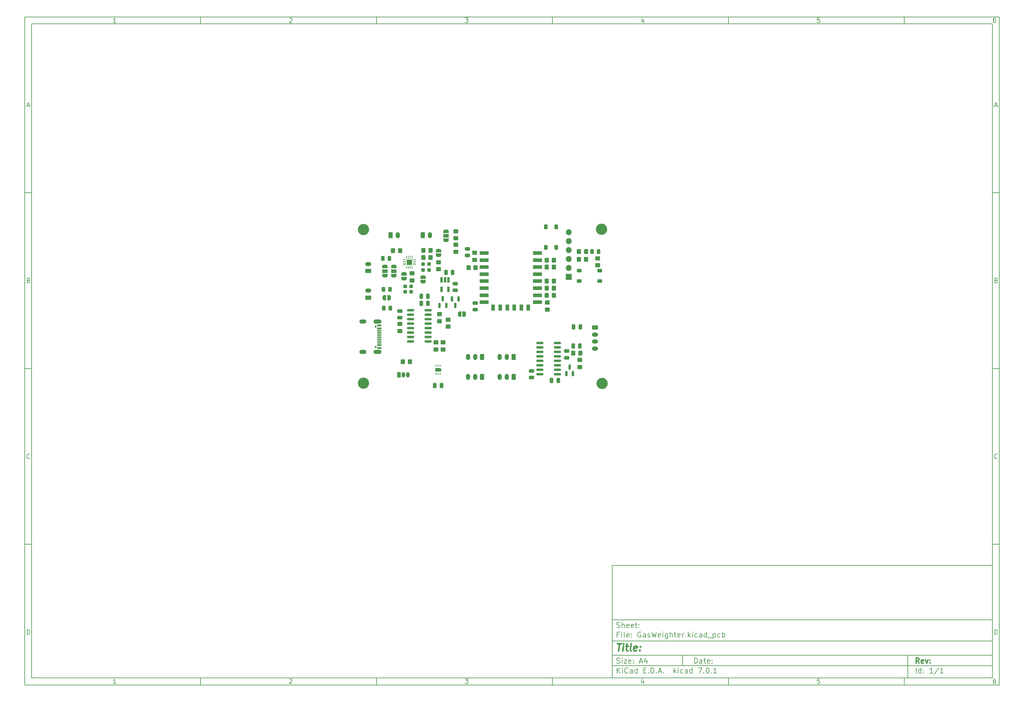
<source format=gbr>
%TF.GenerationSoftware,KiCad,Pcbnew,7.0.1*%
%TF.CreationDate,2023-11-23T19:52:31+01:00*%
%TF.ProjectId,GasWeighter,47617357-6569-4676-9874-65722e6b6963,rev?*%
%TF.SameCoordinates,Original*%
%TF.FileFunction,Soldermask,Top*%
%TF.FilePolarity,Negative*%
%FSLAX46Y46*%
G04 Gerber Fmt 4.6, Leading zero omitted, Abs format (unit mm)*
G04 Created by KiCad (PCBNEW 7.0.1) date 2023-11-23 19:52:31*
%MOMM*%
%LPD*%
G01*
G04 APERTURE LIST*
G04 Aperture macros list*
%AMRoundRect*
0 Rectangle with rounded corners*
0 $1 Rounding radius*
0 $2 $3 $4 $5 $6 $7 $8 $9 X,Y pos of 4 corners*
0 Add a 4 corners polygon primitive as box body*
4,1,4,$2,$3,$4,$5,$6,$7,$8,$9,$2,$3,0*
0 Add four circle primitives for the rounded corners*
1,1,$1+$1,$2,$3*
1,1,$1+$1,$4,$5*
1,1,$1+$1,$6,$7*
1,1,$1+$1,$8,$9*
0 Add four rect primitives between the rounded corners*
20,1,$1+$1,$2,$3,$4,$5,0*
20,1,$1+$1,$4,$5,$6,$7,0*
20,1,$1+$1,$6,$7,$8,$9,0*
20,1,$1+$1,$8,$9,$2,$3,0*%
%AMFreePoly0*
4,1,19,0.500000,-0.750000,0.000000,-0.750000,0.000000,-0.744911,-0.071157,-0.744911,-0.207708,-0.704816,-0.327430,-0.627875,-0.420627,-0.520320,-0.479746,-0.390866,-0.500000,-0.250000,-0.500000,0.250000,-0.479746,0.390866,-0.420627,0.520320,-0.327430,0.627875,-0.207708,0.704816,-0.071157,0.744911,0.000000,0.744911,0.000000,0.750000,0.500000,0.750000,0.500000,-0.750000,0.500000,-0.750000,
$1*%
%AMFreePoly1*
4,1,19,0.000000,0.744911,0.071157,0.744911,0.207708,0.704816,0.327430,0.627875,0.420627,0.520320,0.479746,0.390866,0.500000,0.250000,0.500000,-0.250000,0.479746,-0.390866,0.420627,-0.520320,0.327430,-0.627875,0.207708,-0.704816,0.071157,-0.744911,0.000000,-0.744911,0.000000,-0.750000,-0.500000,-0.750000,-0.500000,0.750000,0.000000,0.750000,0.000000,0.744911,0.000000,0.744911,
$1*%
%AMFreePoly2*
4,1,19,0.550000,-0.750000,0.000000,-0.750000,0.000000,-0.744911,-0.071157,-0.744911,-0.207708,-0.704816,-0.327430,-0.627875,-0.420627,-0.520320,-0.479746,-0.390866,-0.500000,-0.250000,-0.500000,0.250000,-0.479746,0.390866,-0.420627,0.520320,-0.327430,0.627875,-0.207708,0.704816,-0.071157,0.744911,0.000000,0.744911,0.000000,0.750000,0.550000,0.750000,0.550000,-0.750000,0.550000,-0.750000,
$1*%
%AMFreePoly3*
4,1,19,0.000000,0.744911,0.071157,0.744911,0.207708,0.704816,0.327430,0.627875,0.420627,0.520320,0.479746,0.390866,0.500000,0.250000,0.500000,-0.250000,0.479746,-0.390866,0.420627,-0.520320,0.327430,-0.627875,0.207708,-0.704816,0.071157,-0.744911,0.000000,-0.744911,0.000000,-0.750000,-0.550000,-0.750000,-0.550000,0.750000,0.000000,0.750000,0.000000,0.744911,0.000000,0.744911,
$1*%
%AMFreePoly4*
4,1,6,0.500000,-0.850000,-0.500000,-0.850000,-0.500000,0.550000,-0.200000,0.850000,0.500000,0.850000,0.500000,-0.850000,0.500000,-0.850000,$1*%
G04 Aperture macros list end*
%ADD10C,0.100000*%
%ADD11C,0.150000*%
%ADD12C,0.300000*%
%ADD13C,0.400000*%
%ADD14RoundRect,0.250000X-0.250000X-0.475000X0.250000X-0.475000X0.250000X0.475000X-0.250000X0.475000X0*%
%ADD15RoundRect,0.237500X0.237500X-0.300000X0.237500X0.300000X-0.237500X0.300000X-0.237500X-0.300000X0*%
%ADD16C,3.200000*%
%ADD17RoundRect,0.250000X-0.350000X-0.625000X0.350000X-0.625000X0.350000X0.625000X-0.350000X0.625000X0*%
%ADD18O,1.200000X1.750000*%
%ADD19FreePoly0,180.000000*%
%ADD20FreePoly1,180.000000*%
%ADD21RoundRect,0.250000X0.475000X-0.250000X0.475000X0.250000X-0.475000X0.250000X-0.475000X-0.250000X0*%
%ADD22RoundRect,0.250000X0.350000X0.450000X-0.350000X0.450000X-0.350000X-0.450000X0.350000X-0.450000X0*%
%ADD23RoundRect,0.250000X0.450000X-0.350000X0.450000X0.350000X-0.450000X0.350000X-0.450000X-0.350000X0*%
%ADD24RoundRect,0.250000X0.350000X0.625000X-0.350000X0.625000X-0.350000X-0.625000X0.350000X-0.625000X0*%
%ADD25FreePoly2,270.000000*%
%ADD26R,1.500000X1.000000*%
%ADD27FreePoly3,270.000000*%
%ADD28RoundRect,0.150000X-0.150000X0.587500X-0.150000X-0.587500X0.150000X-0.587500X0.150000X0.587500X0*%
%ADD29RoundRect,0.243750X0.243750X0.456250X-0.243750X0.456250X-0.243750X-0.456250X0.243750X-0.456250X0*%
%ADD30RoundRect,0.250000X0.250000X0.475000X-0.250000X0.475000X-0.250000X-0.475000X0.250000X-0.475000X0*%
%ADD31RoundRect,0.250000X-0.450000X0.350000X-0.450000X-0.350000X0.450000X-0.350000X0.450000X0.350000X0*%
%ADD32R,0.250000X0.550000*%
%ADD33FreePoly4,270.000000*%
%ADD34RoundRect,0.150000X0.850000X0.150000X-0.850000X0.150000X-0.850000X-0.150000X0.850000X-0.150000X0*%
%ADD35RoundRect,0.275000X-0.400000X-0.275000X0.400000X-0.275000X0.400000X0.275000X-0.400000X0.275000X0*%
%ADD36RoundRect,0.250000X-0.350000X-0.450000X0.350000X-0.450000X0.350000X0.450000X-0.350000X0.450000X0*%
%ADD37RoundRect,0.062500X-0.062500X0.375000X-0.062500X-0.375000X0.062500X-0.375000X0.062500X0.375000X0*%
%ADD38RoundRect,0.062500X-0.375000X0.062500X-0.375000X-0.062500X0.375000X-0.062500X0.375000X0.062500X0*%
%ADD39R,1.600000X1.600000*%
%ADD40RoundRect,0.150000X-0.825000X-0.150000X0.825000X-0.150000X0.825000X0.150000X-0.825000X0.150000X0*%
%ADD41RoundRect,0.237500X-0.300000X-0.237500X0.300000X-0.237500X0.300000X0.237500X-0.300000X0.237500X0*%
%ADD42FreePoly0,90.000000*%
%ADD43FreePoly1,90.000000*%
%ADD44RoundRect,0.150000X0.150000X-0.587500X0.150000X0.587500X-0.150000X0.587500X-0.150000X-0.587500X0*%
%ADD45C,0.600000*%
%ADD46R,1.160000X0.600000*%
%ADD47R,1.160000X0.300000*%
%ADD48O,2.300000X1.200000*%
%ADD49O,2.000000X1.200000*%
%ADD50R,0.650000X1.560000*%
%ADD51R,1.700000X1.700000*%
%ADD52O,1.700000X1.700000*%
%ADD53R,1.050000X1.500000*%
%ADD54O,1.050000X1.500000*%
%ADD55RoundRect,0.250000X0.625000X-0.350000X0.625000X0.350000X-0.625000X0.350000X-0.625000X-0.350000X0*%
%ADD56O,1.750000X1.200000*%
%ADD57FreePoly0,270.000000*%
%ADD58FreePoly1,270.000000*%
%ADD59R,2.500000X1.000000*%
%ADD60R,1.000000X1.800000*%
%ADD61RoundRect,0.250000X-0.475000X0.250000X-0.475000X-0.250000X0.475000X-0.250000X0.475000X0.250000X0*%
%ADD62RoundRect,0.250000X-0.625000X0.350000X-0.625000X-0.350000X0.625000X-0.350000X0.625000X0.350000X0*%
%ADD63FreePoly2,90.000000*%
%ADD64FreePoly3,90.000000*%
%ADD65RoundRect,0.275000X0.275000X-0.400000X0.275000X0.400000X-0.275000X0.400000X-0.275000X-0.400000X0*%
G04 APERTURE END LIST*
D10*
D11*
X177002200Y-166007200D02*
X285002200Y-166007200D01*
X285002200Y-198007200D01*
X177002200Y-198007200D01*
X177002200Y-166007200D01*
D10*
D11*
X10000000Y-10000000D02*
X287002200Y-10000000D01*
X287002200Y-200007200D01*
X10000000Y-200007200D01*
X10000000Y-10000000D01*
D10*
D11*
X12000000Y-12000000D02*
X285002200Y-12000000D01*
X285002200Y-198007200D01*
X12000000Y-198007200D01*
X12000000Y-12000000D01*
D10*
D11*
X60000000Y-12000000D02*
X60000000Y-10000000D01*
D10*
D11*
X110000000Y-12000000D02*
X110000000Y-10000000D01*
D10*
D11*
X160000000Y-12000000D02*
X160000000Y-10000000D01*
D10*
D11*
X210000000Y-12000000D02*
X210000000Y-10000000D01*
D10*
D11*
X260000000Y-12000000D02*
X260000000Y-10000000D01*
D10*
D11*
X35990476Y-11601404D02*
X35247619Y-11601404D01*
X35619047Y-11601404D02*
X35619047Y-10301404D01*
X35619047Y-10301404D02*
X35495238Y-10487119D01*
X35495238Y-10487119D02*
X35371428Y-10610928D01*
X35371428Y-10610928D02*
X35247619Y-10672833D01*
D10*
D11*
X85247619Y-10425214D02*
X85309523Y-10363309D01*
X85309523Y-10363309D02*
X85433333Y-10301404D01*
X85433333Y-10301404D02*
X85742857Y-10301404D01*
X85742857Y-10301404D02*
X85866666Y-10363309D01*
X85866666Y-10363309D02*
X85928571Y-10425214D01*
X85928571Y-10425214D02*
X85990476Y-10549023D01*
X85990476Y-10549023D02*
X85990476Y-10672833D01*
X85990476Y-10672833D02*
X85928571Y-10858547D01*
X85928571Y-10858547D02*
X85185714Y-11601404D01*
X85185714Y-11601404D02*
X85990476Y-11601404D01*
D10*
D11*
X135185714Y-10301404D02*
X135990476Y-10301404D01*
X135990476Y-10301404D02*
X135557142Y-10796642D01*
X135557142Y-10796642D02*
X135742857Y-10796642D01*
X135742857Y-10796642D02*
X135866666Y-10858547D01*
X135866666Y-10858547D02*
X135928571Y-10920452D01*
X135928571Y-10920452D02*
X135990476Y-11044261D01*
X135990476Y-11044261D02*
X135990476Y-11353785D01*
X135990476Y-11353785D02*
X135928571Y-11477595D01*
X135928571Y-11477595D02*
X135866666Y-11539500D01*
X135866666Y-11539500D02*
X135742857Y-11601404D01*
X135742857Y-11601404D02*
X135371428Y-11601404D01*
X135371428Y-11601404D02*
X135247619Y-11539500D01*
X135247619Y-11539500D02*
X135185714Y-11477595D01*
D10*
D11*
X185866666Y-10734738D02*
X185866666Y-11601404D01*
X185557142Y-10239500D02*
X185247619Y-11168071D01*
X185247619Y-11168071D02*
X186052380Y-11168071D01*
D10*
D11*
X235928571Y-10301404D02*
X235309523Y-10301404D01*
X235309523Y-10301404D02*
X235247619Y-10920452D01*
X235247619Y-10920452D02*
X235309523Y-10858547D01*
X235309523Y-10858547D02*
X235433333Y-10796642D01*
X235433333Y-10796642D02*
X235742857Y-10796642D01*
X235742857Y-10796642D02*
X235866666Y-10858547D01*
X235866666Y-10858547D02*
X235928571Y-10920452D01*
X235928571Y-10920452D02*
X235990476Y-11044261D01*
X235990476Y-11044261D02*
X235990476Y-11353785D01*
X235990476Y-11353785D02*
X235928571Y-11477595D01*
X235928571Y-11477595D02*
X235866666Y-11539500D01*
X235866666Y-11539500D02*
X235742857Y-11601404D01*
X235742857Y-11601404D02*
X235433333Y-11601404D01*
X235433333Y-11601404D02*
X235309523Y-11539500D01*
X235309523Y-11539500D02*
X235247619Y-11477595D01*
D10*
D11*
X285866666Y-10301404D02*
X285619047Y-10301404D01*
X285619047Y-10301404D02*
X285495238Y-10363309D01*
X285495238Y-10363309D02*
X285433333Y-10425214D01*
X285433333Y-10425214D02*
X285309523Y-10610928D01*
X285309523Y-10610928D02*
X285247619Y-10858547D01*
X285247619Y-10858547D02*
X285247619Y-11353785D01*
X285247619Y-11353785D02*
X285309523Y-11477595D01*
X285309523Y-11477595D02*
X285371428Y-11539500D01*
X285371428Y-11539500D02*
X285495238Y-11601404D01*
X285495238Y-11601404D02*
X285742857Y-11601404D01*
X285742857Y-11601404D02*
X285866666Y-11539500D01*
X285866666Y-11539500D02*
X285928571Y-11477595D01*
X285928571Y-11477595D02*
X285990476Y-11353785D01*
X285990476Y-11353785D02*
X285990476Y-11044261D01*
X285990476Y-11044261D02*
X285928571Y-10920452D01*
X285928571Y-10920452D02*
X285866666Y-10858547D01*
X285866666Y-10858547D02*
X285742857Y-10796642D01*
X285742857Y-10796642D02*
X285495238Y-10796642D01*
X285495238Y-10796642D02*
X285371428Y-10858547D01*
X285371428Y-10858547D02*
X285309523Y-10920452D01*
X285309523Y-10920452D02*
X285247619Y-11044261D01*
D10*
D11*
X60000000Y-198007200D02*
X60000000Y-200007200D01*
D10*
D11*
X110000000Y-198007200D02*
X110000000Y-200007200D01*
D10*
D11*
X160000000Y-198007200D02*
X160000000Y-200007200D01*
D10*
D11*
X210000000Y-198007200D02*
X210000000Y-200007200D01*
D10*
D11*
X260000000Y-198007200D02*
X260000000Y-200007200D01*
D10*
D11*
X35990476Y-199608604D02*
X35247619Y-199608604D01*
X35619047Y-199608604D02*
X35619047Y-198308604D01*
X35619047Y-198308604D02*
X35495238Y-198494319D01*
X35495238Y-198494319D02*
X35371428Y-198618128D01*
X35371428Y-198618128D02*
X35247619Y-198680033D01*
D10*
D11*
X85247619Y-198432414D02*
X85309523Y-198370509D01*
X85309523Y-198370509D02*
X85433333Y-198308604D01*
X85433333Y-198308604D02*
X85742857Y-198308604D01*
X85742857Y-198308604D02*
X85866666Y-198370509D01*
X85866666Y-198370509D02*
X85928571Y-198432414D01*
X85928571Y-198432414D02*
X85990476Y-198556223D01*
X85990476Y-198556223D02*
X85990476Y-198680033D01*
X85990476Y-198680033D02*
X85928571Y-198865747D01*
X85928571Y-198865747D02*
X85185714Y-199608604D01*
X85185714Y-199608604D02*
X85990476Y-199608604D01*
D10*
D11*
X135185714Y-198308604D02*
X135990476Y-198308604D01*
X135990476Y-198308604D02*
X135557142Y-198803842D01*
X135557142Y-198803842D02*
X135742857Y-198803842D01*
X135742857Y-198803842D02*
X135866666Y-198865747D01*
X135866666Y-198865747D02*
X135928571Y-198927652D01*
X135928571Y-198927652D02*
X135990476Y-199051461D01*
X135990476Y-199051461D02*
X135990476Y-199360985D01*
X135990476Y-199360985D02*
X135928571Y-199484795D01*
X135928571Y-199484795D02*
X135866666Y-199546700D01*
X135866666Y-199546700D02*
X135742857Y-199608604D01*
X135742857Y-199608604D02*
X135371428Y-199608604D01*
X135371428Y-199608604D02*
X135247619Y-199546700D01*
X135247619Y-199546700D02*
X135185714Y-199484795D01*
D10*
D11*
X185866666Y-198741938D02*
X185866666Y-199608604D01*
X185557142Y-198246700D02*
X185247619Y-199175271D01*
X185247619Y-199175271D02*
X186052380Y-199175271D01*
D10*
D11*
X235928571Y-198308604D02*
X235309523Y-198308604D01*
X235309523Y-198308604D02*
X235247619Y-198927652D01*
X235247619Y-198927652D02*
X235309523Y-198865747D01*
X235309523Y-198865747D02*
X235433333Y-198803842D01*
X235433333Y-198803842D02*
X235742857Y-198803842D01*
X235742857Y-198803842D02*
X235866666Y-198865747D01*
X235866666Y-198865747D02*
X235928571Y-198927652D01*
X235928571Y-198927652D02*
X235990476Y-199051461D01*
X235990476Y-199051461D02*
X235990476Y-199360985D01*
X235990476Y-199360985D02*
X235928571Y-199484795D01*
X235928571Y-199484795D02*
X235866666Y-199546700D01*
X235866666Y-199546700D02*
X235742857Y-199608604D01*
X235742857Y-199608604D02*
X235433333Y-199608604D01*
X235433333Y-199608604D02*
X235309523Y-199546700D01*
X235309523Y-199546700D02*
X235247619Y-199484795D01*
D10*
D11*
X285866666Y-198308604D02*
X285619047Y-198308604D01*
X285619047Y-198308604D02*
X285495238Y-198370509D01*
X285495238Y-198370509D02*
X285433333Y-198432414D01*
X285433333Y-198432414D02*
X285309523Y-198618128D01*
X285309523Y-198618128D02*
X285247619Y-198865747D01*
X285247619Y-198865747D02*
X285247619Y-199360985D01*
X285247619Y-199360985D02*
X285309523Y-199484795D01*
X285309523Y-199484795D02*
X285371428Y-199546700D01*
X285371428Y-199546700D02*
X285495238Y-199608604D01*
X285495238Y-199608604D02*
X285742857Y-199608604D01*
X285742857Y-199608604D02*
X285866666Y-199546700D01*
X285866666Y-199546700D02*
X285928571Y-199484795D01*
X285928571Y-199484795D02*
X285990476Y-199360985D01*
X285990476Y-199360985D02*
X285990476Y-199051461D01*
X285990476Y-199051461D02*
X285928571Y-198927652D01*
X285928571Y-198927652D02*
X285866666Y-198865747D01*
X285866666Y-198865747D02*
X285742857Y-198803842D01*
X285742857Y-198803842D02*
X285495238Y-198803842D01*
X285495238Y-198803842D02*
X285371428Y-198865747D01*
X285371428Y-198865747D02*
X285309523Y-198927652D01*
X285309523Y-198927652D02*
X285247619Y-199051461D01*
D10*
D11*
X10000000Y-60000000D02*
X12000000Y-60000000D01*
D10*
D11*
X10000000Y-110000000D02*
X12000000Y-110000000D01*
D10*
D11*
X10000000Y-160000000D02*
X12000000Y-160000000D01*
D10*
D11*
X10690476Y-35229976D02*
X11309523Y-35229976D01*
X10566666Y-35601404D02*
X10999999Y-34301404D01*
X10999999Y-34301404D02*
X11433333Y-35601404D01*
D10*
D11*
X11092857Y-84920452D02*
X11278571Y-84982357D01*
X11278571Y-84982357D02*
X11340476Y-85044261D01*
X11340476Y-85044261D02*
X11402380Y-85168071D01*
X11402380Y-85168071D02*
X11402380Y-85353785D01*
X11402380Y-85353785D02*
X11340476Y-85477595D01*
X11340476Y-85477595D02*
X11278571Y-85539500D01*
X11278571Y-85539500D02*
X11154761Y-85601404D01*
X11154761Y-85601404D02*
X10659523Y-85601404D01*
X10659523Y-85601404D02*
X10659523Y-84301404D01*
X10659523Y-84301404D02*
X11092857Y-84301404D01*
X11092857Y-84301404D02*
X11216666Y-84363309D01*
X11216666Y-84363309D02*
X11278571Y-84425214D01*
X11278571Y-84425214D02*
X11340476Y-84549023D01*
X11340476Y-84549023D02*
X11340476Y-84672833D01*
X11340476Y-84672833D02*
X11278571Y-84796642D01*
X11278571Y-84796642D02*
X11216666Y-84858547D01*
X11216666Y-84858547D02*
X11092857Y-84920452D01*
X11092857Y-84920452D02*
X10659523Y-84920452D01*
D10*
D11*
X11402380Y-135477595D02*
X11340476Y-135539500D01*
X11340476Y-135539500D02*
X11154761Y-135601404D01*
X11154761Y-135601404D02*
X11030952Y-135601404D01*
X11030952Y-135601404D02*
X10845238Y-135539500D01*
X10845238Y-135539500D02*
X10721428Y-135415690D01*
X10721428Y-135415690D02*
X10659523Y-135291880D01*
X10659523Y-135291880D02*
X10597619Y-135044261D01*
X10597619Y-135044261D02*
X10597619Y-134858547D01*
X10597619Y-134858547D02*
X10659523Y-134610928D01*
X10659523Y-134610928D02*
X10721428Y-134487119D01*
X10721428Y-134487119D02*
X10845238Y-134363309D01*
X10845238Y-134363309D02*
X11030952Y-134301404D01*
X11030952Y-134301404D02*
X11154761Y-134301404D01*
X11154761Y-134301404D02*
X11340476Y-134363309D01*
X11340476Y-134363309D02*
X11402380Y-134425214D01*
D10*
D11*
X10659523Y-185601404D02*
X10659523Y-184301404D01*
X10659523Y-184301404D02*
X10969047Y-184301404D01*
X10969047Y-184301404D02*
X11154761Y-184363309D01*
X11154761Y-184363309D02*
X11278571Y-184487119D01*
X11278571Y-184487119D02*
X11340476Y-184610928D01*
X11340476Y-184610928D02*
X11402380Y-184858547D01*
X11402380Y-184858547D02*
X11402380Y-185044261D01*
X11402380Y-185044261D02*
X11340476Y-185291880D01*
X11340476Y-185291880D02*
X11278571Y-185415690D01*
X11278571Y-185415690D02*
X11154761Y-185539500D01*
X11154761Y-185539500D02*
X10969047Y-185601404D01*
X10969047Y-185601404D02*
X10659523Y-185601404D01*
D10*
D11*
X287002200Y-60000000D02*
X285002200Y-60000000D01*
D10*
D11*
X287002200Y-110000000D02*
X285002200Y-110000000D01*
D10*
D11*
X287002200Y-160000000D02*
X285002200Y-160000000D01*
D10*
D11*
X285692676Y-35229976D02*
X286311723Y-35229976D01*
X285568866Y-35601404D02*
X286002199Y-34301404D01*
X286002199Y-34301404D02*
X286435533Y-35601404D01*
D10*
D11*
X286095057Y-84920452D02*
X286280771Y-84982357D01*
X286280771Y-84982357D02*
X286342676Y-85044261D01*
X286342676Y-85044261D02*
X286404580Y-85168071D01*
X286404580Y-85168071D02*
X286404580Y-85353785D01*
X286404580Y-85353785D02*
X286342676Y-85477595D01*
X286342676Y-85477595D02*
X286280771Y-85539500D01*
X286280771Y-85539500D02*
X286156961Y-85601404D01*
X286156961Y-85601404D02*
X285661723Y-85601404D01*
X285661723Y-85601404D02*
X285661723Y-84301404D01*
X285661723Y-84301404D02*
X286095057Y-84301404D01*
X286095057Y-84301404D02*
X286218866Y-84363309D01*
X286218866Y-84363309D02*
X286280771Y-84425214D01*
X286280771Y-84425214D02*
X286342676Y-84549023D01*
X286342676Y-84549023D02*
X286342676Y-84672833D01*
X286342676Y-84672833D02*
X286280771Y-84796642D01*
X286280771Y-84796642D02*
X286218866Y-84858547D01*
X286218866Y-84858547D02*
X286095057Y-84920452D01*
X286095057Y-84920452D02*
X285661723Y-84920452D01*
D10*
D11*
X286404580Y-135477595D02*
X286342676Y-135539500D01*
X286342676Y-135539500D02*
X286156961Y-135601404D01*
X286156961Y-135601404D02*
X286033152Y-135601404D01*
X286033152Y-135601404D02*
X285847438Y-135539500D01*
X285847438Y-135539500D02*
X285723628Y-135415690D01*
X285723628Y-135415690D02*
X285661723Y-135291880D01*
X285661723Y-135291880D02*
X285599819Y-135044261D01*
X285599819Y-135044261D02*
X285599819Y-134858547D01*
X285599819Y-134858547D02*
X285661723Y-134610928D01*
X285661723Y-134610928D02*
X285723628Y-134487119D01*
X285723628Y-134487119D02*
X285847438Y-134363309D01*
X285847438Y-134363309D02*
X286033152Y-134301404D01*
X286033152Y-134301404D02*
X286156961Y-134301404D01*
X286156961Y-134301404D02*
X286342676Y-134363309D01*
X286342676Y-134363309D02*
X286404580Y-134425214D01*
D10*
D11*
X285661723Y-185601404D02*
X285661723Y-184301404D01*
X285661723Y-184301404D02*
X285971247Y-184301404D01*
X285971247Y-184301404D02*
X286156961Y-184363309D01*
X286156961Y-184363309D02*
X286280771Y-184487119D01*
X286280771Y-184487119D02*
X286342676Y-184610928D01*
X286342676Y-184610928D02*
X286404580Y-184858547D01*
X286404580Y-184858547D02*
X286404580Y-185044261D01*
X286404580Y-185044261D02*
X286342676Y-185291880D01*
X286342676Y-185291880D02*
X286280771Y-185415690D01*
X286280771Y-185415690D02*
X286156961Y-185539500D01*
X286156961Y-185539500D02*
X285971247Y-185601404D01*
X285971247Y-185601404D02*
X285661723Y-185601404D01*
D10*
D11*
X200359342Y-193801128D02*
X200359342Y-192301128D01*
X200359342Y-192301128D02*
X200716485Y-192301128D01*
X200716485Y-192301128D02*
X200930771Y-192372557D01*
X200930771Y-192372557D02*
X201073628Y-192515414D01*
X201073628Y-192515414D02*
X201145057Y-192658271D01*
X201145057Y-192658271D02*
X201216485Y-192943985D01*
X201216485Y-192943985D02*
X201216485Y-193158271D01*
X201216485Y-193158271D02*
X201145057Y-193443985D01*
X201145057Y-193443985D02*
X201073628Y-193586842D01*
X201073628Y-193586842D02*
X200930771Y-193729700D01*
X200930771Y-193729700D02*
X200716485Y-193801128D01*
X200716485Y-193801128D02*
X200359342Y-193801128D01*
X202502200Y-193801128D02*
X202502200Y-193015414D01*
X202502200Y-193015414D02*
X202430771Y-192872557D01*
X202430771Y-192872557D02*
X202287914Y-192801128D01*
X202287914Y-192801128D02*
X202002200Y-192801128D01*
X202002200Y-192801128D02*
X201859342Y-192872557D01*
X202502200Y-193729700D02*
X202359342Y-193801128D01*
X202359342Y-193801128D02*
X202002200Y-193801128D01*
X202002200Y-193801128D02*
X201859342Y-193729700D01*
X201859342Y-193729700D02*
X201787914Y-193586842D01*
X201787914Y-193586842D02*
X201787914Y-193443985D01*
X201787914Y-193443985D02*
X201859342Y-193301128D01*
X201859342Y-193301128D02*
X202002200Y-193229700D01*
X202002200Y-193229700D02*
X202359342Y-193229700D01*
X202359342Y-193229700D02*
X202502200Y-193158271D01*
X203002200Y-192801128D02*
X203573628Y-192801128D01*
X203216485Y-192301128D02*
X203216485Y-193586842D01*
X203216485Y-193586842D02*
X203287914Y-193729700D01*
X203287914Y-193729700D02*
X203430771Y-193801128D01*
X203430771Y-193801128D02*
X203573628Y-193801128D01*
X204645057Y-193729700D02*
X204502200Y-193801128D01*
X204502200Y-193801128D02*
X204216486Y-193801128D01*
X204216486Y-193801128D02*
X204073628Y-193729700D01*
X204073628Y-193729700D02*
X204002200Y-193586842D01*
X204002200Y-193586842D02*
X204002200Y-193015414D01*
X204002200Y-193015414D02*
X204073628Y-192872557D01*
X204073628Y-192872557D02*
X204216486Y-192801128D01*
X204216486Y-192801128D02*
X204502200Y-192801128D01*
X204502200Y-192801128D02*
X204645057Y-192872557D01*
X204645057Y-192872557D02*
X204716486Y-193015414D01*
X204716486Y-193015414D02*
X204716486Y-193158271D01*
X204716486Y-193158271D02*
X204002200Y-193301128D01*
X205359342Y-193658271D02*
X205430771Y-193729700D01*
X205430771Y-193729700D02*
X205359342Y-193801128D01*
X205359342Y-193801128D02*
X205287914Y-193729700D01*
X205287914Y-193729700D02*
X205359342Y-193658271D01*
X205359342Y-193658271D02*
X205359342Y-193801128D01*
X205359342Y-192872557D02*
X205430771Y-192943985D01*
X205430771Y-192943985D02*
X205359342Y-193015414D01*
X205359342Y-193015414D02*
X205287914Y-192943985D01*
X205287914Y-192943985D02*
X205359342Y-192872557D01*
X205359342Y-192872557D02*
X205359342Y-193015414D01*
D10*
D11*
X177002200Y-194507200D02*
X285002200Y-194507200D01*
D10*
D11*
X178359342Y-196601128D02*
X178359342Y-195101128D01*
X179216485Y-196601128D02*
X178573628Y-195743985D01*
X179216485Y-195101128D02*
X178359342Y-195958271D01*
X179859342Y-196601128D02*
X179859342Y-195601128D01*
X179859342Y-195101128D02*
X179787914Y-195172557D01*
X179787914Y-195172557D02*
X179859342Y-195243985D01*
X179859342Y-195243985D02*
X179930771Y-195172557D01*
X179930771Y-195172557D02*
X179859342Y-195101128D01*
X179859342Y-195101128D02*
X179859342Y-195243985D01*
X181430771Y-196458271D02*
X181359343Y-196529700D01*
X181359343Y-196529700D02*
X181145057Y-196601128D01*
X181145057Y-196601128D02*
X181002200Y-196601128D01*
X181002200Y-196601128D02*
X180787914Y-196529700D01*
X180787914Y-196529700D02*
X180645057Y-196386842D01*
X180645057Y-196386842D02*
X180573628Y-196243985D01*
X180573628Y-196243985D02*
X180502200Y-195958271D01*
X180502200Y-195958271D02*
X180502200Y-195743985D01*
X180502200Y-195743985D02*
X180573628Y-195458271D01*
X180573628Y-195458271D02*
X180645057Y-195315414D01*
X180645057Y-195315414D02*
X180787914Y-195172557D01*
X180787914Y-195172557D02*
X181002200Y-195101128D01*
X181002200Y-195101128D02*
X181145057Y-195101128D01*
X181145057Y-195101128D02*
X181359343Y-195172557D01*
X181359343Y-195172557D02*
X181430771Y-195243985D01*
X182716486Y-196601128D02*
X182716486Y-195815414D01*
X182716486Y-195815414D02*
X182645057Y-195672557D01*
X182645057Y-195672557D02*
X182502200Y-195601128D01*
X182502200Y-195601128D02*
X182216486Y-195601128D01*
X182216486Y-195601128D02*
X182073628Y-195672557D01*
X182716486Y-196529700D02*
X182573628Y-196601128D01*
X182573628Y-196601128D02*
X182216486Y-196601128D01*
X182216486Y-196601128D02*
X182073628Y-196529700D01*
X182073628Y-196529700D02*
X182002200Y-196386842D01*
X182002200Y-196386842D02*
X182002200Y-196243985D01*
X182002200Y-196243985D02*
X182073628Y-196101128D01*
X182073628Y-196101128D02*
X182216486Y-196029700D01*
X182216486Y-196029700D02*
X182573628Y-196029700D01*
X182573628Y-196029700D02*
X182716486Y-195958271D01*
X184073629Y-196601128D02*
X184073629Y-195101128D01*
X184073629Y-196529700D02*
X183930771Y-196601128D01*
X183930771Y-196601128D02*
X183645057Y-196601128D01*
X183645057Y-196601128D02*
X183502200Y-196529700D01*
X183502200Y-196529700D02*
X183430771Y-196458271D01*
X183430771Y-196458271D02*
X183359343Y-196315414D01*
X183359343Y-196315414D02*
X183359343Y-195886842D01*
X183359343Y-195886842D02*
X183430771Y-195743985D01*
X183430771Y-195743985D02*
X183502200Y-195672557D01*
X183502200Y-195672557D02*
X183645057Y-195601128D01*
X183645057Y-195601128D02*
X183930771Y-195601128D01*
X183930771Y-195601128D02*
X184073629Y-195672557D01*
X185930771Y-195815414D02*
X186430771Y-195815414D01*
X186645057Y-196601128D02*
X185930771Y-196601128D01*
X185930771Y-196601128D02*
X185930771Y-195101128D01*
X185930771Y-195101128D02*
X186645057Y-195101128D01*
X187287914Y-196458271D02*
X187359343Y-196529700D01*
X187359343Y-196529700D02*
X187287914Y-196601128D01*
X187287914Y-196601128D02*
X187216486Y-196529700D01*
X187216486Y-196529700D02*
X187287914Y-196458271D01*
X187287914Y-196458271D02*
X187287914Y-196601128D01*
X188002200Y-196601128D02*
X188002200Y-195101128D01*
X188002200Y-195101128D02*
X188359343Y-195101128D01*
X188359343Y-195101128D02*
X188573629Y-195172557D01*
X188573629Y-195172557D02*
X188716486Y-195315414D01*
X188716486Y-195315414D02*
X188787915Y-195458271D01*
X188787915Y-195458271D02*
X188859343Y-195743985D01*
X188859343Y-195743985D02*
X188859343Y-195958271D01*
X188859343Y-195958271D02*
X188787915Y-196243985D01*
X188787915Y-196243985D02*
X188716486Y-196386842D01*
X188716486Y-196386842D02*
X188573629Y-196529700D01*
X188573629Y-196529700D02*
X188359343Y-196601128D01*
X188359343Y-196601128D02*
X188002200Y-196601128D01*
X189502200Y-196458271D02*
X189573629Y-196529700D01*
X189573629Y-196529700D02*
X189502200Y-196601128D01*
X189502200Y-196601128D02*
X189430772Y-196529700D01*
X189430772Y-196529700D02*
X189502200Y-196458271D01*
X189502200Y-196458271D02*
X189502200Y-196601128D01*
X190145058Y-196172557D02*
X190859344Y-196172557D01*
X190002201Y-196601128D02*
X190502201Y-195101128D01*
X190502201Y-195101128D02*
X191002201Y-196601128D01*
X191502200Y-196458271D02*
X191573629Y-196529700D01*
X191573629Y-196529700D02*
X191502200Y-196601128D01*
X191502200Y-196601128D02*
X191430772Y-196529700D01*
X191430772Y-196529700D02*
X191502200Y-196458271D01*
X191502200Y-196458271D02*
X191502200Y-196601128D01*
X194502200Y-196601128D02*
X194502200Y-195101128D01*
X194645058Y-196029700D02*
X195073629Y-196601128D01*
X195073629Y-195601128D02*
X194502200Y-196172557D01*
X195716486Y-196601128D02*
X195716486Y-195601128D01*
X195716486Y-195101128D02*
X195645058Y-195172557D01*
X195645058Y-195172557D02*
X195716486Y-195243985D01*
X195716486Y-195243985D02*
X195787915Y-195172557D01*
X195787915Y-195172557D02*
X195716486Y-195101128D01*
X195716486Y-195101128D02*
X195716486Y-195243985D01*
X197073630Y-196529700D02*
X196930772Y-196601128D01*
X196930772Y-196601128D02*
X196645058Y-196601128D01*
X196645058Y-196601128D02*
X196502201Y-196529700D01*
X196502201Y-196529700D02*
X196430772Y-196458271D01*
X196430772Y-196458271D02*
X196359344Y-196315414D01*
X196359344Y-196315414D02*
X196359344Y-195886842D01*
X196359344Y-195886842D02*
X196430772Y-195743985D01*
X196430772Y-195743985D02*
X196502201Y-195672557D01*
X196502201Y-195672557D02*
X196645058Y-195601128D01*
X196645058Y-195601128D02*
X196930772Y-195601128D01*
X196930772Y-195601128D02*
X197073630Y-195672557D01*
X198359344Y-196601128D02*
X198359344Y-195815414D01*
X198359344Y-195815414D02*
X198287915Y-195672557D01*
X198287915Y-195672557D02*
X198145058Y-195601128D01*
X198145058Y-195601128D02*
X197859344Y-195601128D01*
X197859344Y-195601128D02*
X197716486Y-195672557D01*
X198359344Y-196529700D02*
X198216486Y-196601128D01*
X198216486Y-196601128D02*
X197859344Y-196601128D01*
X197859344Y-196601128D02*
X197716486Y-196529700D01*
X197716486Y-196529700D02*
X197645058Y-196386842D01*
X197645058Y-196386842D02*
X197645058Y-196243985D01*
X197645058Y-196243985D02*
X197716486Y-196101128D01*
X197716486Y-196101128D02*
X197859344Y-196029700D01*
X197859344Y-196029700D02*
X198216486Y-196029700D01*
X198216486Y-196029700D02*
X198359344Y-195958271D01*
X199716487Y-196601128D02*
X199716487Y-195101128D01*
X199716487Y-196529700D02*
X199573629Y-196601128D01*
X199573629Y-196601128D02*
X199287915Y-196601128D01*
X199287915Y-196601128D02*
X199145058Y-196529700D01*
X199145058Y-196529700D02*
X199073629Y-196458271D01*
X199073629Y-196458271D02*
X199002201Y-196315414D01*
X199002201Y-196315414D02*
X199002201Y-195886842D01*
X199002201Y-195886842D02*
X199073629Y-195743985D01*
X199073629Y-195743985D02*
X199145058Y-195672557D01*
X199145058Y-195672557D02*
X199287915Y-195601128D01*
X199287915Y-195601128D02*
X199573629Y-195601128D01*
X199573629Y-195601128D02*
X199716487Y-195672557D01*
X201430772Y-195101128D02*
X202430772Y-195101128D01*
X202430772Y-195101128D02*
X201787915Y-196601128D01*
X203002200Y-196458271D02*
X203073629Y-196529700D01*
X203073629Y-196529700D02*
X203002200Y-196601128D01*
X203002200Y-196601128D02*
X202930772Y-196529700D01*
X202930772Y-196529700D02*
X203002200Y-196458271D01*
X203002200Y-196458271D02*
X203002200Y-196601128D01*
X204002201Y-195101128D02*
X204145058Y-195101128D01*
X204145058Y-195101128D02*
X204287915Y-195172557D01*
X204287915Y-195172557D02*
X204359344Y-195243985D01*
X204359344Y-195243985D02*
X204430772Y-195386842D01*
X204430772Y-195386842D02*
X204502201Y-195672557D01*
X204502201Y-195672557D02*
X204502201Y-196029700D01*
X204502201Y-196029700D02*
X204430772Y-196315414D01*
X204430772Y-196315414D02*
X204359344Y-196458271D01*
X204359344Y-196458271D02*
X204287915Y-196529700D01*
X204287915Y-196529700D02*
X204145058Y-196601128D01*
X204145058Y-196601128D02*
X204002201Y-196601128D01*
X204002201Y-196601128D02*
X203859344Y-196529700D01*
X203859344Y-196529700D02*
X203787915Y-196458271D01*
X203787915Y-196458271D02*
X203716486Y-196315414D01*
X203716486Y-196315414D02*
X203645058Y-196029700D01*
X203645058Y-196029700D02*
X203645058Y-195672557D01*
X203645058Y-195672557D02*
X203716486Y-195386842D01*
X203716486Y-195386842D02*
X203787915Y-195243985D01*
X203787915Y-195243985D02*
X203859344Y-195172557D01*
X203859344Y-195172557D02*
X204002201Y-195101128D01*
X205145057Y-196458271D02*
X205216486Y-196529700D01*
X205216486Y-196529700D02*
X205145057Y-196601128D01*
X205145057Y-196601128D02*
X205073629Y-196529700D01*
X205073629Y-196529700D02*
X205145057Y-196458271D01*
X205145057Y-196458271D02*
X205145057Y-196601128D01*
X206645058Y-196601128D02*
X205787915Y-196601128D01*
X206216486Y-196601128D02*
X206216486Y-195101128D01*
X206216486Y-195101128D02*
X206073629Y-195315414D01*
X206073629Y-195315414D02*
X205930772Y-195458271D01*
X205930772Y-195458271D02*
X205787915Y-195529700D01*
D10*
D11*
X177002200Y-191507200D02*
X285002200Y-191507200D01*
D10*
D12*
X264216485Y-193801128D02*
X263716485Y-193086842D01*
X263359342Y-193801128D02*
X263359342Y-192301128D01*
X263359342Y-192301128D02*
X263930771Y-192301128D01*
X263930771Y-192301128D02*
X264073628Y-192372557D01*
X264073628Y-192372557D02*
X264145057Y-192443985D01*
X264145057Y-192443985D02*
X264216485Y-192586842D01*
X264216485Y-192586842D02*
X264216485Y-192801128D01*
X264216485Y-192801128D02*
X264145057Y-192943985D01*
X264145057Y-192943985D02*
X264073628Y-193015414D01*
X264073628Y-193015414D02*
X263930771Y-193086842D01*
X263930771Y-193086842D02*
X263359342Y-193086842D01*
X265430771Y-193729700D02*
X265287914Y-193801128D01*
X265287914Y-193801128D02*
X265002200Y-193801128D01*
X265002200Y-193801128D02*
X264859342Y-193729700D01*
X264859342Y-193729700D02*
X264787914Y-193586842D01*
X264787914Y-193586842D02*
X264787914Y-193015414D01*
X264787914Y-193015414D02*
X264859342Y-192872557D01*
X264859342Y-192872557D02*
X265002200Y-192801128D01*
X265002200Y-192801128D02*
X265287914Y-192801128D01*
X265287914Y-192801128D02*
X265430771Y-192872557D01*
X265430771Y-192872557D02*
X265502200Y-193015414D01*
X265502200Y-193015414D02*
X265502200Y-193158271D01*
X265502200Y-193158271D02*
X264787914Y-193301128D01*
X266002199Y-192801128D02*
X266359342Y-193801128D01*
X266359342Y-193801128D02*
X266716485Y-192801128D01*
X267287913Y-193658271D02*
X267359342Y-193729700D01*
X267359342Y-193729700D02*
X267287913Y-193801128D01*
X267287913Y-193801128D02*
X267216485Y-193729700D01*
X267216485Y-193729700D02*
X267287913Y-193658271D01*
X267287913Y-193658271D02*
X267287913Y-193801128D01*
X267287913Y-192872557D02*
X267359342Y-192943985D01*
X267359342Y-192943985D02*
X267287913Y-193015414D01*
X267287913Y-193015414D02*
X267216485Y-192943985D01*
X267216485Y-192943985D02*
X267287913Y-192872557D01*
X267287913Y-192872557D02*
X267287913Y-193015414D01*
D10*
D11*
X178287914Y-193729700D02*
X178502200Y-193801128D01*
X178502200Y-193801128D02*
X178859342Y-193801128D01*
X178859342Y-193801128D02*
X179002200Y-193729700D01*
X179002200Y-193729700D02*
X179073628Y-193658271D01*
X179073628Y-193658271D02*
X179145057Y-193515414D01*
X179145057Y-193515414D02*
X179145057Y-193372557D01*
X179145057Y-193372557D02*
X179073628Y-193229700D01*
X179073628Y-193229700D02*
X179002200Y-193158271D01*
X179002200Y-193158271D02*
X178859342Y-193086842D01*
X178859342Y-193086842D02*
X178573628Y-193015414D01*
X178573628Y-193015414D02*
X178430771Y-192943985D01*
X178430771Y-192943985D02*
X178359342Y-192872557D01*
X178359342Y-192872557D02*
X178287914Y-192729700D01*
X178287914Y-192729700D02*
X178287914Y-192586842D01*
X178287914Y-192586842D02*
X178359342Y-192443985D01*
X178359342Y-192443985D02*
X178430771Y-192372557D01*
X178430771Y-192372557D02*
X178573628Y-192301128D01*
X178573628Y-192301128D02*
X178930771Y-192301128D01*
X178930771Y-192301128D02*
X179145057Y-192372557D01*
X179787913Y-193801128D02*
X179787913Y-192801128D01*
X179787913Y-192301128D02*
X179716485Y-192372557D01*
X179716485Y-192372557D02*
X179787913Y-192443985D01*
X179787913Y-192443985D02*
X179859342Y-192372557D01*
X179859342Y-192372557D02*
X179787913Y-192301128D01*
X179787913Y-192301128D02*
X179787913Y-192443985D01*
X180359342Y-192801128D02*
X181145057Y-192801128D01*
X181145057Y-192801128D02*
X180359342Y-193801128D01*
X180359342Y-193801128D02*
X181145057Y-193801128D01*
X182287914Y-193729700D02*
X182145057Y-193801128D01*
X182145057Y-193801128D02*
X181859343Y-193801128D01*
X181859343Y-193801128D02*
X181716485Y-193729700D01*
X181716485Y-193729700D02*
X181645057Y-193586842D01*
X181645057Y-193586842D02*
X181645057Y-193015414D01*
X181645057Y-193015414D02*
X181716485Y-192872557D01*
X181716485Y-192872557D02*
X181859343Y-192801128D01*
X181859343Y-192801128D02*
X182145057Y-192801128D01*
X182145057Y-192801128D02*
X182287914Y-192872557D01*
X182287914Y-192872557D02*
X182359343Y-193015414D01*
X182359343Y-193015414D02*
X182359343Y-193158271D01*
X182359343Y-193158271D02*
X181645057Y-193301128D01*
X183002199Y-193658271D02*
X183073628Y-193729700D01*
X183073628Y-193729700D02*
X183002199Y-193801128D01*
X183002199Y-193801128D02*
X182930771Y-193729700D01*
X182930771Y-193729700D02*
X183002199Y-193658271D01*
X183002199Y-193658271D02*
X183002199Y-193801128D01*
X183002199Y-192872557D02*
X183073628Y-192943985D01*
X183073628Y-192943985D02*
X183002199Y-193015414D01*
X183002199Y-193015414D02*
X182930771Y-192943985D01*
X182930771Y-192943985D02*
X183002199Y-192872557D01*
X183002199Y-192872557D02*
X183002199Y-193015414D01*
X184787914Y-193372557D02*
X185502200Y-193372557D01*
X184645057Y-193801128D02*
X185145057Y-192301128D01*
X185145057Y-192301128D02*
X185645057Y-193801128D01*
X186787914Y-192801128D02*
X186787914Y-193801128D01*
X186430771Y-192229700D02*
X186073628Y-193301128D01*
X186073628Y-193301128D02*
X187002199Y-193301128D01*
D10*
D11*
X263359342Y-196601128D02*
X263359342Y-195101128D01*
X264716486Y-196601128D02*
X264716486Y-195101128D01*
X264716486Y-196529700D02*
X264573628Y-196601128D01*
X264573628Y-196601128D02*
X264287914Y-196601128D01*
X264287914Y-196601128D02*
X264145057Y-196529700D01*
X264145057Y-196529700D02*
X264073628Y-196458271D01*
X264073628Y-196458271D02*
X264002200Y-196315414D01*
X264002200Y-196315414D02*
X264002200Y-195886842D01*
X264002200Y-195886842D02*
X264073628Y-195743985D01*
X264073628Y-195743985D02*
X264145057Y-195672557D01*
X264145057Y-195672557D02*
X264287914Y-195601128D01*
X264287914Y-195601128D02*
X264573628Y-195601128D01*
X264573628Y-195601128D02*
X264716486Y-195672557D01*
X265430771Y-196458271D02*
X265502200Y-196529700D01*
X265502200Y-196529700D02*
X265430771Y-196601128D01*
X265430771Y-196601128D02*
X265359343Y-196529700D01*
X265359343Y-196529700D02*
X265430771Y-196458271D01*
X265430771Y-196458271D02*
X265430771Y-196601128D01*
X265430771Y-195672557D02*
X265502200Y-195743985D01*
X265502200Y-195743985D02*
X265430771Y-195815414D01*
X265430771Y-195815414D02*
X265359343Y-195743985D01*
X265359343Y-195743985D02*
X265430771Y-195672557D01*
X265430771Y-195672557D02*
X265430771Y-195815414D01*
X268073629Y-196601128D02*
X267216486Y-196601128D01*
X267645057Y-196601128D02*
X267645057Y-195101128D01*
X267645057Y-195101128D02*
X267502200Y-195315414D01*
X267502200Y-195315414D02*
X267359343Y-195458271D01*
X267359343Y-195458271D02*
X267216486Y-195529700D01*
X269787914Y-195029700D02*
X268502200Y-196958271D01*
X271073629Y-196601128D02*
X270216486Y-196601128D01*
X270645057Y-196601128D02*
X270645057Y-195101128D01*
X270645057Y-195101128D02*
X270502200Y-195315414D01*
X270502200Y-195315414D02*
X270359343Y-195458271D01*
X270359343Y-195458271D02*
X270216486Y-195529700D01*
D10*
D11*
X177002200Y-187507200D02*
X285002200Y-187507200D01*
D10*
D13*
X178430771Y-188232438D02*
X179573628Y-188232438D01*
X178752200Y-190232438D02*
X179002200Y-188232438D01*
X179978390Y-190232438D02*
X180145057Y-188899104D01*
X180228390Y-188232438D02*
X180121247Y-188327676D01*
X180121247Y-188327676D02*
X180204581Y-188422914D01*
X180204581Y-188422914D02*
X180311724Y-188327676D01*
X180311724Y-188327676D02*
X180228390Y-188232438D01*
X180228390Y-188232438D02*
X180204581Y-188422914D01*
X180799819Y-188899104D02*
X181561723Y-188899104D01*
X181168866Y-188232438D02*
X180954581Y-189946723D01*
X180954581Y-189946723D02*
X181026009Y-190137200D01*
X181026009Y-190137200D02*
X181204581Y-190232438D01*
X181204581Y-190232438D02*
X181395057Y-190232438D01*
X182335533Y-190232438D02*
X182156961Y-190137200D01*
X182156961Y-190137200D02*
X182085533Y-189946723D01*
X182085533Y-189946723D02*
X182299818Y-188232438D01*
X183859342Y-190137200D02*
X183656961Y-190232438D01*
X183656961Y-190232438D02*
X183276008Y-190232438D01*
X183276008Y-190232438D02*
X183097437Y-190137200D01*
X183097437Y-190137200D02*
X183026008Y-189946723D01*
X183026008Y-189946723D02*
X183121247Y-189184819D01*
X183121247Y-189184819D02*
X183240294Y-188994342D01*
X183240294Y-188994342D02*
X183442675Y-188899104D01*
X183442675Y-188899104D02*
X183823627Y-188899104D01*
X183823627Y-188899104D02*
X184002199Y-188994342D01*
X184002199Y-188994342D02*
X184073627Y-189184819D01*
X184073627Y-189184819D02*
X184049818Y-189375295D01*
X184049818Y-189375295D02*
X183073627Y-189565771D01*
X184811723Y-190041961D02*
X184895056Y-190137200D01*
X184895056Y-190137200D02*
X184787913Y-190232438D01*
X184787913Y-190232438D02*
X184704580Y-190137200D01*
X184704580Y-190137200D02*
X184811723Y-190041961D01*
X184811723Y-190041961D02*
X184787913Y-190232438D01*
X184942675Y-188994342D02*
X185026008Y-189089580D01*
X185026008Y-189089580D02*
X184918866Y-189184819D01*
X184918866Y-189184819D02*
X184835532Y-189089580D01*
X184835532Y-189089580D02*
X184942675Y-188994342D01*
X184942675Y-188994342D02*
X184918866Y-189184819D01*
D10*
D11*
X178859342Y-185615414D02*
X178359342Y-185615414D01*
X178359342Y-186401128D02*
X178359342Y-184901128D01*
X178359342Y-184901128D02*
X179073628Y-184901128D01*
X179645056Y-186401128D02*
X179645056Y-185401128D01*
X179645056Y-184901128D02*
X179573628Y-184972557D01*
X179573628Y-184972557D02*
X179645056Y-185043985D01*
X179645056Y-185043985D02*
X179716485Y-184972557D01*
X179716485Y-184972557D02*
X179645056Y-184901128D01*
X179645056Y-184901128D02*
X179645056Y-185043985D01*
X180573628Y-186401128D02*
X180430771Y-186329700D01*
X180430771Y-186329700D02*
X180359342Y-186186842D01*
X180359342Y-186186842D02*
X180359342Y-184901128D01*
X181716485Y-186329700D02*
X181573628Y-186401128D01*
X181573628Y-186401128D02*
X181287914Y-186401128D01*
X181287914Y-186401128D02*
X181145056Y-186329700D01*
X181145056Y-186329700D02*
X181073628Y-186186842D01*
X181073628Y-186186842D02*
X181073628Y-185615414D01*
X181073628Y-185615414D02*
X181145056Y-185472557D01*
X181145056Y-185472557D02*
X181287914Y-185401128D01*
X181287914Y-185401128D02*
X181573628Y-185401128D01*
X181573628Y-185401128D02*
X181716485Y-185472557D01*
X181716485Y-185472557D02*
X181787914Y-185615414D01*
X181787914Y-185615414D02*
X181787914Y-185758271D01*
X181787914Y-185758271D02*
X181073628Y-185901128D01*
X182430770Y-186258271D02*
X182502199Y-186329700D01*
X182502199Y-186329700D02*
X182430770Y-186401128D01*
X182430770Y-186401128D02*
X182359342Y-186329700D01*
X182359342Y-186329700D02*
X182430770Y-186258271D01*
X182430770Y-186258271D02*
X182430770Y-186401128D01*
X182430770Y-185472557D02*
X182502199Y-185543985D01*
X182502199Y-185543985D02*
X182430770Y-185615414D01*
X182430770Y-185615414D02*
X182359342Y-185543985D01*
X182359342Y-185543985D02*
X182430770Y-185472557D01*
X182430770Y-185472557D02*
X182430770Y-185615414D01*
X185073628Y-184972557D02*
X184930771Y-184901128D01*
X184930771Y-184901128D02*
X184716485Y-184901128D01*
X184716485Y-184901128D02*
X184502199Y-184972557D01*
X184502199Y-184972557D02*
X184359342Y-185115414D01*
X184359342Y-185115414D02*
X184287913Y-185258271D01*
X184287913Y-185258271D02*
X184216485Y-185543985D01*
X184216485Y-185543985D02*
X184216485Y-185758271D01*
X184216485Y-185758271D02*
X184287913Y-186043985D01*
X184287913Y-186043985D02*
X184359342Y-186186842D01*
X184359342Y-186186842D02*
X184502199Y-186329700D01*
X184502199Y-186329700D02*
X184716485Y-186401128D01*
X184716485Y-186401128D02*
X184859342Y-186401128D01*
X184859342Y-186401128D02*
X185073628Y-186329700D01*
X185073628Y-186329700D02*
X185145056Y-186258271D01*
X185145056Y-186258271D02*
X185145056Y-185758271D01*
X185145056Y-185758271D02*
X184859342Y-185758271D01*
X186430771Y-186401128D02*
X186430771Y-185615414D01*
X186430771Y-185615414D02*
X186359342Y-185472557D01*
X186359342Y-185472557D02*
X186216485Y-185401128D01*
X186216485Y-185401128D02*
X185930771Y-185401128D01*
X185930771Y-185401128D02*
X185787913Y-185472557D01*
X186430771Y-186329700D02*
X186287913Y-186401128D01*
X186287913Y-186401128D02*
X185930771Y-186401128D01*
X185930771Y-186401128D02*
X185787913Y-186329700D01*
X185787913Y-186329700D02*
X185716485Y-186186842D01*
X185716485Y-186186842D02*
X185716485Y-186043985D01*
X185716485Y-186043985D02*
X185787913Y-185901128D01*
X185787913Y-185901128D02*
X185930771Y-185829700D01*
X185930771Y-185829700D02*
X186287913Y-185829700D01*
X186287913Y-185829700D02*
X186430771Y-185758271D01*
X187073628Y-186329700D02*
X187216485Y-186401128D01*
X187216485Y-186401128D02*
X187502199Y-186401128D01*
X187502199Y-186401128D02*
X187645056Y-186329700D01*
X187645056Y-186329700D02*
X187716485Y-186186842D01*
X187716485Y-186186842D02*
X187716485Y-186115414D01*
X187716485Y-186115414D02*
X187645056Y-185972557D01*
X187645056Y-185972557D02*
X187502199Y-185901128D01*
X187502199Y-185901128D02*
X187287914Y-185901128D01*
X187287914Y-185901128D02*
X187145056Y-185829700D01*
X187145056Y-185829700D02*
X187073628Y-185686842D01*
X187073628Y-185686842D02*
X187073628Y-185615414D01*
X187073628Y-185615414D02*
X187145056Y-185472557D01*
X187145056Y-185472557D02*
X187287914Y-185401128D01*
X187287914Y-185401128D02*
X187502199Y-185401128D01*
X187502199Y-185401128D02*
X187645056Y-185472557D01*
X188216485Y-184901128D02*
X188573628Y-186401128D01*
X188573628Y-186401128D02*
X188859342Y-185329700D01*
X188859342Y-185329700D02*
X189145057Y-186401128D01*
X189145057Y-186401128D02*
X189502200Y-184901128D01*
X190645057Y-186329700D02*
X190502200Y-186401128D01*
X190502200Y-186401128D02*
X190216486Y-186401128D01*
X190216486Y-186401128D02*
X190073628Y-186329700D01*
X190073628Y-186329700D02*
X190002200Y-186186842D01*
X190002200Y-186186842D02*
X190002200Y-185615414D01*
X190002200Y-185615414D02*
X190073628Y-185472557D01*
X190073628Y-185472557D02*
X190216486Y-185401128D01*
X190216486Y-185401128D02*
X190502200Y-185401128D01*
X190502200Y-185401128D02*
X190645057Y-185472557D01*
X190645057Y-185472557D02*
X190716486Y-185615414D01*
X190716486Y-185615414D02*
X190716486Y-185758271D01*
X190716486Y-185758271D02*
X190002200Y-185901128D01*
X191359342Y-186401128D02*
X191359342Y-185401128D01*
X191359342Y-184901128D02*
X191287914Y-184972557D01*
X191287914Y-184972557D02*
X191359342Y-185043985D01*
X191359342Y-185043985D02*
X191430771Y-184972557D01*
X191430771Y-184972557D02*
X191359342Y-184901128D01*
X191359342Y-184901128D02*
X191359342Y-185043985D01*
X192716486Y-185401128D02*
X192716486Y-186615414D01*
X192716486Y-186615414D02*
X192645057Y-186758271D01*
X192645057Y-186758271D02*
X192573628Y-186829700D01*
X192573628Y-186829700D02*
X192430771Y-186901128D01*
X192430771Y-186901128D02*
X192216486Y-186901128D01*
X192216486Y-186901128D02*
X192073628Y-186829700D01*
X192716486Y-186329700D02*
X192573628Y-186401128D01*
X192573628Y-186401128D02*
X192287914Y-186401128D01*
X192287914Y-186401128D02*
X192145057Y-186329700D01*
X192145057Y-186329700D02*
X192073628Y-186258271D01*
X192073628Y-186258271D02*
X192002200Y-186115414D01*
X192002200Y-186115414D02*
X192002200Y-185686842D01*
X192002200Y-185686842D02*
X192073628Y-185543985D01*
X192073628Y-185543985D02*
X192145057Y-185472557D01*
X192145057Y-185472557D02*
X192287914Y-185401128D01*
X192287914Y-185401128D02*
X192573628Y-185401128D01*
X192573628Y-185401128D02*
X192716486Y-185472557D01*
X193430771Y-186401128D02*
X193430771Y-184901128D01*
X194073629Y-186401128D02*
X194073629Y-185615414D01*
X194073629Y-185615414D02*
X194002200Y-185472557D01*
X194002200Y-185472557D02*
X193859343Y-185401128D01*
X193859343Y-185401128D02*
X193645057Y-185401128D01*
X193645057Y-185401128D02*
X193502200Y-185472557D01*
X193502200Y-185472557D02*
X193430771Y-185543985D01*
X194573629Y-185401128D02*
X195145057Y-185401128D01*
X194787914Y-184901128D02*
X194787914Y-186186842D01*
X194787914Y-186186842D02*
X194859343Y-186329700D01*
X194859343Y-186329700D02*
X195002200Y-186401128D01*
X195002200Y-186401128D02*
X195145057Y-186401128D01*
X196216486Y-186329700D02*
X196073629Y-186401128D01*
X196073629Y-186401128D02*
X195787915Y-186401128D01*
X195787915Y-186401128D02*
X195645057Y-186329700D01*
X195645057Y-186329700D02*
X195573629Y-186186842D01*
X195573629Y-186186842D02*
X195573629Y-185615414D01*
X195573629Y-185615414D02*
X195645057Y-185472557D01*
X195645057Y-185472557D02*
X195787915Y-185401128D01*
X195787915Y-185401128D02*
X196073629Y-185401128D01*
X196073629Y-185401128D02*
X196216486Y-185472557D01*
X196216486Y-185472557D02*
X196287915Y-185615414D01*
X196287915Y-185615414D02*
X196287915Y-185758271D01*
X196287915Y-185758271D02*
X195573629Y-185901128D01*
X196930771Y-186401128D02*
X196930771Y-185401128D01*
X196930771Y-185686842D02*
X197002200Y-185543985D01*
X197002200Y-185543985D02*
X197073629Y-185472557D01*
X197073629Y-185472557D02*
X197216486Y-185401128D01*
X197216486Y-185401128D02*
X197359343Y-185401128D01*
X197859342Y-186258271D02*
X197930771Y-186329700D01*
X197930771Y-186329700D02*
X197859342Y-186401128D01*
X197859342Y-186401128D02*
X197787914Y-186329700D01*
X197787914Y-186329700D02*
X197859342Y-186258271D01*
X197859342Y-186258271D02*
X197859342Y-186401128D01*
X198573628Y-186401128D02*
X198573628Y-184901128D01*
X198716486Y-185829700D02*
X199145057Y-186401128D01*
X199145057Y-185401128D02*
X198573628Y-185972557D01*
X199787914Y-186401128D02*
X199787914Y-185401128D01*
X199787914Y-184901128D02*
X199716486Y-184972557D01*
X199716486Y-184972557D02*
X199787914Y-185043985D01*
X199787914Y-185043985D02*
X199859343Y-184972557D01*
X199859343Y-184972557D02*
X199787914Y-184901128D01*
X199787914Y-184901128D02*
X199787914Y-185043985D01*
X201145058Y-186329700D02*
X201002200Y-186401128D01*
X201002200Y-186401128D02*
X200716486Y-186401128D01*
X200716486Y-186401128D02*
X200573629Y-186329700D01*
X200573629Y-186329700D02*
X200502200Y-186258271D01*
X200502200Y-186258271D02*
X200430772Y-186115414D01*
X200430772Y-186115414D02*
X200430772Y-185686842D01*
X200430772Y-185686842D02*
X200502200Y-185543985D01*
X200502200Y-185543985D02*
X200573629Y-185472557D01*
X200573629Y-185472557D02*
X200716486Y-185401128D01*
X200716486Y-185401128D02*
X201002200Y-185401128D01*
X201002200Y-185401128D02*
X201145058Y-185472557D01*
X202430772Y-186401128D02*
X202430772Y-185615414D01*
X202430772Y-185615414D02*
X202359343Y-185472557D01*
X202359343Y-185472557D02*
X202216486Y-185401128D01*
X202216486Y-185401128D02*
X201930772Y-185401128D01*
X201930772Y-185401128D02*
X201787914Y-185472557D01*
X202430772Y-186329700D02*
X202287914Y-186401128D01*
X202287914Y-186401128D02*
X201930772Y-186401128D01*
X201930772Y-186401128D02*
X201787914Y-186329700D01*
X201787914Y-186329700D02*
X201716486Y-186186842D01*
X201716486Y-186186842D02*
X201716486Y-186043985D01*
X201716486Y-186043985D02*
X201787914Y-185901128D01*
X201787914Y-185901128D02*
X201930772Y-185829700D01*
X201930772Y-185829700D02*
X202287914Y-185829700D01*
X202287914Y-185829700D02*
X202430772Y-185758271D01*
X203787915Y-186401128D02*
X203787915Y-184901128D01*
X203787915Y-186329700D02*
X203645057Y-186401128D01*
X203645057Y-186401128D02*
X203359343Y-186401128D01*
X203359343Y-186401128D02*
X203216486Y-186329700D01*
X203216486Y-186329700D02*
X203145057Y-186258271D01*
X203145057Y-186258271D02*
X203073629Y-186115414D01*
X203073629Y-186115414D02*
X203073629Y-185686842D01*
X203073629Y-185686842D02*
X203145057Y-185543985D01*
X203145057Y-185543985D02*
X203216486Y-185472557D01*
X203216486Y-185472557D02*
X203359343Y-185401128D01*
X203359343Y-185401128D02*
X203645057Y-185401128D01*
X203645057Y-185401128D02*
X203787915Y-185472557D01*
X204145058Y-186543985D02*
X205287915Y-186543985D01*
X205645057Y-185401128D02*
X205645057Y-186901128D01*
X205645057Y-185472557D02*
X205787915Y-185401128D01*
X205787915Y-185401128D02*
X206073629Y-185401128D01*
X206073629Y-185401128D02*
X206216486Y-185472557D01*
X206216486Y-185472557D02*
X206287915Y-185543985D01*
X206287915Y-185543985D02*
X206359343Y-185686842D01*
X206359343Y-185686842D02*
X206359343Y-186115414D01*
X206359343Y-186115414D02*
X206287915Y-186258271D01*
X206287915Y-186258271D02*
X206216486Y-186329700D01*
X206216486Y-186329700D02*
X206073629Y-186401128D01*
X206073629Y-186401128D02*
X205787915Y-186401128D01*
X205787915Y-186401128D02*
X205645057Y-186329700D01*
X207645058Y-186329700D02*
X207502200Y-186401128D01*
X207502200Y-186401128D02*
X207216486Y-186401128D01*
X207216486Y-186401128D02*
X207073629Y-186329700D01*
X207073629Y-186329700D02*
X207002200Y-186258271D01*
X207002200Y-186258271D02*
X206930772Y-186115414D01*
X206930772Y-186115414D02*
X206930772Y-185686842D01*
X206930772Y-185686842D02*
X207002200Y-185543985D01*
X207002200Y-185543985D02*
X207073629Y-185472557D01*
X207073629Y-185472557D02*
X207216486Y-185401128D01*
X207216486Y-185401128D02*
X207502200Y-185401128D01*
X207502200Y-185401128D02*
X207645058Y-185472557D01*
X208287914Y-186401128D02*
X208287914Y-184901128D01*
X208287914Y-185472557D02*
X208430772Y-185401128D01*
X208430772Y-185401128D02*
X208716486Y-185401128D01*
X208716486Y-185401128D02*
X208859343Y-185472557D01*
X208859343Y-185472557D02*
X208930772Y-185543985D01*
X208930772Y-185543985D02*
X209002200Y-185686842D01*
X209002200Y-185686842D02*
X209002200Y-186115414D01*
X209002200Y-186115414D02*
X208930772Y-186258271D01*
X208930772Y-186258271D02*
X208859343Y-186329700D01*
X208859343Y-186329700D02*
X208716486Y-186401128D01*
X208716486Y-186401128D02*
X208430772Y-186401128D01*
X208430772Y-186401128D02*
X208287914Y-186329700D01*
D10*
D11*
X177002200Y-181507200D02*
X285002200Y-181507200D01*
D10*
D11*
X178287914Y-183629700D02*
X178502200Y-183701128D01*
X178502200Y-183701128D02*
X178859342Y-183701128D01*
X178859342Y-183701128D02*
X179002200Y-183629700D01*
X179002200Y-183629700D02*
X179073628Y-183558271D01*
X179073628Y-183558271D02*
X179145057Y-183415414D01*
X179145057Y-183415414D02*
X179145057Y-183272557D01*
X179145057Y-183272557D02*
X179073628Y-183129700D01*
X179073628Y-183129700D02*
X179002200Y-183058271D01*
X179002200Y-183058271D02*
X178859342Y-182986842D01*
X178859342Y-182986842D02*
X178573628Y-182915414D01*
X178573628Y-182915414D02*
X178430771Y-182843985D01*
X178430771Y-182843985D02*
X178359342Y-182772557D01*
X178359342Y-182772557D02*
X178287914Y-182629700D01*
X178287914Y-182629700D02*
X178287914Y-182486842D01*
X178287914Y-182486842D02*
X178359342Y-182343985D01*
X178359342Y-182343985D02*
X178430771Y-182272557D01*
X178430771Y-182272557D02*
X178573628Y-182201128D01*
X178573628Y-182201128D02*
X178930771Y-182201128D01*
X178930771Y-182201128D02*
X179145057Y-182272557D01*
X179787913Y-183701128D02*
X179787913Y-182201128D01*
X180430771Y-183701128D02*
X180430771Y-182915414D01*
X180430771Y-182915414D02*
X180359342Y-182772557D01*
X180359342Y-182772557D02*
X180216485Y-182701128D01*
X180216485Y-182701128D02*
X180002199Y-182701128D01*
X180002199Y-182701128D02*
X179859342Y-182772557D01*
X179859342Y-182772557D02*
X179787913Y-182843985D01*
X181716485Y-183629700D02*
X181573628Y-183701128D01*
X181573628Y-183701128D02*
X181287914Y-183701128D01*
X181287914Y-183701128D02*
X181145056Y-183629700D01*
X181145056Y-183629700D02*
X181073628Y-183486842D01*
X181073628Y-183486842D02*
X181073628Y-182915414D01*
X181073628Y-182915414D02*
X181145056Y-182772557D01*
X181145056Y-182772557D02*
X181287914Y-182701128D01*
X181287914Y-182701128D02*
X181573628Y-182701128D01*
X181573628Y-182701128D02*
X181716485Y-182772557D01*
X181716485Y-182772557D02*
X181787914Y-182915414D01*
X181787914Y-182915414D02*
X181787914Y-183058271D01*
X181787914Y-183058271D02*
X181073628Y-183201128D01*
X183002199Y-183629700D02*
X182859342Y-183701128D01*
X182859342Y-183701128D02*
X182573628Y-183701128D01*
X182573628Y-183701128D02*
X182430770Y-183629700D01*
X182430770Y-183629700D02*
X182359342Y-183486842D01*
X182359342Y-183486842D02*
X182359342Y-182915414D01*
X182359342Y-182915414D02*
X182430770Y-182772557D01*
X182430770Y-182772557D02*
X182573628Y-182701128D01*
X182573628Y-182701128D02*
X182859342Y-182701128D01*
X182859342Y-182701128D02*
X183002199Y-182772557D01*
X183002199Y-182772557D02*
X183073628Y-182915414D01*
X183073628Y-182915414D02*
X183073628Y-183058271D01*
X183073628Y-183058271D02*
X182359342Y-183201128D01*
X183502199Y-182701128D02*
X184073627Y-182701128D01*
X183716484Y-182201128D02*
X183716484Y-183486842D01*
X183716484Y-183486842D02*
X183787913Y-183629700D01*
X183787913Y-183629700D02*
X183930770Y-183701128D01*
X183930770Y-183701128D02*
X184073627Y-183701128D01*
X184573627Y-183558271D02*
X184645056Y-183629700D01*
X184645056Y-183629700D02*
X184573627Y-183701128D01*
X184573627Y-183701128D02*
X184502199Y-183629700D01*
X184502199Y-183629700D02*
X184573627Y-183558271D01*
X184573627Y-183558271D02*
X184573627Y-183701128D01*
X184573627Y-182772557D02*
X184645056Y-182843985D01*
X184645056Y-182843985D02*
X184573627Y-182915414D01*
X184573627Y-182915414D02*
X184502199Y-182843985D01*
X184502199Y-182843985D02*
X184573627Y-182772557D01*
X184573627Y-182772557D02*
X184573627Y-182915414D01*
D10*
D12*
D10*
D11*
D10*
D11*
D10*
D11*
D10*
D11*
D10*
D11*
X197002200Y-191507200D02*
X197002200Y-194507200D01*
D10*
D11*
X261002200Y-191507200D02*
X261002200Y-198007200D01*
D14*
%TO.C,C13*%
X165992500Y-98187500D03*
X167892500Y-98187500D03*
%TD*%
D15*
%TO.C,C8*%
X123200000Y-82012500D03*
X123200000Y-80287500D03*
%TD*%
D16*
%TO.C,H1*%
X106250000Y-70500000D03*
%TD*%
D17*
%TO.C,J12*%
X123150000Y-72100000D03*
D18*
X125150000Y-72100000D03*
%TD*%
D19*
%TO.C,JP5*%
X113550000Y-89900000D03*
D20*
X112250000Y-89900000D03*
%TD*%
D21*
%TO.C,C2*%
X135850000Y-77850000D03*
X135850000Y-75950000D03*
%TD*%
D22*
%TO.C,R6*%
X160350000Y-85100000D03*
X158350000Y-85100000D03*
%TD*%
D23*
%TO.C,R16*%
X172850000Y-80650000D03*
X172850000Y-78650000D03*
%TD*%
D24*
%TO.C,J9*%
X149000000Y-112350000D03*
D18*
X147000000Y-112350000D03*
X145000000Y-112350000D03*
%TD*%
D25*
%TO.C,JP2*%
X129750000Y-70950000D03*
D26*
X129750000Y-72250000D03*
D27*
X129750000Y-73550000D03*
%TD*%
D25*
%TO.C,JP3*%
X114950000Y-81000000D03*
D26*
X114950000Y-82300000D03*
D27*
X114950000Y-83600000D03*
%TD*%
D22*
%TO.C,R21*%
X125300000Y-78400000D03*
X123300000Y-78400000D03*
%TD*%
D28*
%TO.C,Q1*%
X133300000Y-90212500D03*
X131400000Y-90212500D03*
X132350000Y-92087500D03*
%TD*%
D29*
%TO.C,D1*%
X173087500Y-76700000D03*
X171212500Y-76700000D03*
%TD*%
D30*
%TO.C,C9*%
X131600000Y-82650000D03*
X129700000Y-82650000D03*
%TD*%
D31*
%TO.C,R5*%
X137900000Y-77100000D03*
X137900000Y-79100000D03*
%TD*%
D32*
%TO.C,U4*%
X128250000Y-109150000D03*
X127750000Y-109150000D03*
X127250000Y-109150000D03*
X126750000Y-109150000D03*
X126750000Y-111500000D03*
X127250000Y-111500000D03*
X127750000Y-111500000D03*
X128250000Y-111500000D03*
D33*
X127500000Y-110325000D03*
%TD*%
D24*
%TO.C,J7*%
X149000000Y-106700000D03*
D18*
X147000000Y-106700000D03*
X145000000Y-106700000D03*
%TD*%
D23*
%TO.C,R13*%
X128900000Y-104600000D03*
X128900000Y-102600000D03*
%TD*%
D34*
%TO.C,U7*%
X161442500Y-111632500D03*
X161442500Y-110362500D03*
X161442500Y-109092500D03*
X161442500Y-107822500D03*
X161442500Y-106552500D03*
X161442500Y-105282500D03*
X161442500Y-104012500D03*
X161442500Y-102742500D03*
X156442500Y-102742500D03*
X156442500Y-104012500D03*
X156442500Y-105282500D03*
X156442500Y-106552500D03*
X156442500Y-107822500D03*
X156442500Y-109092500D03*
X156442500Y-110362500D03*
X156442500Y-111632500D03*
%TD*%
D29*
%TO.C,D4*%
X113837500Y-87500000D03*
X111962500Y-87500000D03*
%TD*%
D31*
%TO.C,R18*%
X132500000Y-74800000D03*
X132500000Y-76800000D03*
%TD*%
D35*
%TO.C,SW2*%
X167550000Y-82150000D03*
X173400000Y-82150000D03*
X167550000Y-85150000D03*
X173400000Y-85150000D03*
%TD*%
D36*
%TO.C,R4*%
X136150000Y-81350000D03*
X138150000Y-81350000D03*
%TD*%
D30*
%TO.C,C4*%
X124600000Y-91500000D03*
X122700000Y-91500000D03*
%TD*%
D21*
%TO.C,C10*%
X132400000Y-87750000D03*
X132400000Y-85850000D03*
%TD*%
D36*
%TO.C,R10*%
X117500000Y-108050000D03*
X119500000Y-108050000D03*
%TD*%
D19*
%TO.C,JP1*%
X134900000Y-94500000D03*
D20*
X133600000Y-94500000D03*
%TD*%
D37*
%TO.C,U6*%
X120050000Y-78312500D03*
X119550000Y-78312500D03*
X119050000Y-78312500D03*
X118550000Y-78312500D03*
D38*
X117862500Y-79000000D03*
X117862500Y-79500000D03*
X117862500Y-80000000D03*
X117862500Y-80500000D03*
D37*
X118550000Y-81187500D03*
X119050000Y-81187500D03*
X119550000Y-81187500D03*
X120050000Y-81187500D03*
D38*
X120737500Y-80500000D03*
X120737500Y-80000000D03*
X120737500Y-79500000D03*
X120737500Y-79000000D03*
D39*
X119300000Y-79750000D03*
%TD*%
D16*
%TO.C,H3*%
X174078680Y-114221320D03*
%TD*%
D31*
%TO.C,R20*%
X120100000Y-82950000D03*
X120100000Y-84950000D03*
%TD*%
D21*
%TO.C,C1*%
X116600000Y-95550000D03*
X116600000Y-93650000D03*
%TD*%
D40*
%TO.C,U1*%
X119675000Y-93405000D03*
X119675000Y-94675000D03*
X119675000Y-95945000D03*
X119675000Y-97215000D03*
X119675000Y-98485000D03*
X119675000Y-99755000D03*
X119675000Y-101025000D03*
X119675000Y-102295000D03*
X124625000Y-102295000D03*
X124625000Y-101025000D03*
X124625000Y-99755000D03*
X124625000Y-98485000D03*
X124625000Y-97215000D03*
X124625000Y-95945000D03*
X124625000Y-94675000D03*
X124625000Y-93405000D03*
%TD*%
D41*
%TO.C,C12*%
X118137500Y-88150000D03*
X119862500Y-88150000D03*
%TD*%
D42*
%TO.C,JP6*%
X123200000Y-85300000D03*
D43*
X123200000Y-84000000D03*
%TD*%
D44*
%TO.C,Q2*%
X127900000Y-92025000D03*
X129800000Y-92025000D03*
X128850000Y-90150000D03*
%TD*%
D41*
%TO.C,C11*%
X118137500Y-86600000D03*
X119862500Y-86600000D03*
%TD*%
D45*
%TO.C,P1*%
X109790000Y-98050000D03*
X109790000Y-103830000D03*
D46*
X110810000Y-97740000D03*
X110810000Y-98540000D03*
D47*
X110810000Y-99690000D03*
X110810000Y-100690000D03*
X110810000Y-101190000D03*
X110810000Y-102190000D03*
D46*
X110810000Y-103340000D03*
X110810000Y-104140000D03*
X110810000Y-104140000D03*
X110810000Y-103340000D03*
D47*
X110810000Y-102690000D03*
X110810000Y-101690000D03*
X110810000Y-100190000D03*
X110810000Y-99190000D03*
D46*
X110810000Y-98540000D03*
X110810000Y-97740000D03*
D48*
X110290000Y-96615000D03*
D49*
X106090000Y-96615000D03*
D48*
X110290000Y-105265000D03*
D49*
X106090000Y-105265000D03*
%TD*%
D16*
%TO.C,H2*%
X106271320Y-114200000D03*
%TD*%
D36*
%TO.C,R11*%
X158400000Y-79150000D03*
X160400000Y-79150000D03*
%TD*%
%TO.C,R22*%
X114700000Y-76500000D03*
X116700000Y-76500000D03*
%TD*%
D16*
%TO.C,H4*%
X173978680Y-70421320D03*
%TD*%
D29*
%TO.C,D3*%
X113637500Y-78700000D03*
X111762500Y-78700000D03*
%TD*%
D50*
%TO.C,U5*%
X130400000Y-84800000D03*
X129450000Y-84800000D03*
X128500000Y-84800000D03*
X128500000Y-87500000D03*
X130400000Y-87500000D03*
%TD*%
D36*
%TO.C,R26*%
X165892500Y-105637500D03*
X167892500Y-105637500D03*
%TD*%
D14*
%TO.C,C6*%
X126550000Y-114800000D03*
X128450000Y-114800000D03*
%TD*%
D23*
%TO.C,R1*%
X116600000Y-99350000D03*
X116600000Y-97350000D03*
%TD*%
%TO.C,R7*%
X158500000Y-93250000D03*
X158500000Y-91250000D03*
%TD*%
D51*
%TO.C,J11*%
X164650000Y-83950000D03*
D52*
X164650000Y-81410000D03*
X164650000Y-78870000D03*
X164650000Y-76330000D03*
X164650000Y-73790000D03*
X164650000Y-71250000D03*
%TD*%
D29*
%TO.C,D2*%
X113887500Y-92850000D03*
X112012500Y-92850000D03*
%TD*%
D53*
%TO.C,U2*%
X116400000Y-111800000D03*
D54*
X117670000Y-111800000D03*
X118940000Y-111800000D03*
%TD*%
D22*
%TO.C,R2*%
X160350000Y-87150000D03*
X158350000Y-87150000D03*
%TD*%
D44*
%TO.C,Q3*%
X163942500Y-111425000D03*
X165842500Y-111425000D03*
X164892500Y-109550000D03*
%TD*%
D23*
%TO.C,R14*%
X126900000Y-104600000D03*
X126900000Y-102600000D03*
%TD*%
D24*
%TO.C,J6*%
X140000000Y-106700000D03*
D18*
X138000000Y-106700000D03*
X136000000Y-106700000D03*
%TD*%
D55*
%TO.C,J2*%
X107650000Y-82250000D03*
D56*
X107650000Y-80250000D03*
%TD*%
D17*
%TO.C,J1*%
X114000000Y-72100000D03*
D18*
X116000000Y-72100000D03*
%TD*%
D30*
%TO.C,C3*%
X124600000Y-89400000D03*
X122700000Y-89400000D03*
%TD*%
D31*
%TO.C,R17*%
X132500000Y-70950000D03*
X132500000Y-72950000D03*
%TD*%
D57*
%TO.C,JP7*%
X117800000Y-83100000D03*
D58*
X117800000Y-84400000D03*
%TD*%
D31*
%TO.C,R24*%
X127650000Y-79750000D03*
X127650000Y-81750000D03*
%TD*%
%TO.C,R9*%
X127900000Y-94550000D03*
X127900000Y-96550000D03*
%TD*%
D22*
%TO.C,R15*%
X169500000Y-76700000D03*
X167500000Y-76700000D03*
%TD*%
D36*
%TO.C,R12*%
X158400000Y-81150000D03*
X160400000Y-81150000D03*
%TD*%
D14*
%TO.C,C16*%
X159742500Y-113437500D03*
X161642500Y-113437500D03*
%TD*%
D22*
%TO.C,R3*%
X160350000Y-89200000D03*
X158350000Y-89200000D03*
%TD*%
D59*
%TO.C,U3*%
X140550000Y-77150000D03*
X140550000Y-79150000D03*
X140550000Y-81150000D03*
X140550000Y-83150000D03*
X140550000Y-85150000D03*
X140550000Y-87150000D03*
X140550000Y-89150000D03*
X140550000Y-91150000D03*
D60*
X143150000Y-92650000D03*
X145150000Y-92650000D03*
X147150000Y-92650000D03*
X149150000Y-92650000D03*
X151150000Y-92650000D03*
X153150000Y-92650000D03*
D59*
X155750000Y-91150000D03*
X155750000Y-89150000D03*
X155750000Y-87150000D03*
X155750000Y-85150000D03*
X155750000Y-83150000D03*
X155750000Y-81150000D03*
X155750000Y-79150000D03*
X155750000Y-77150000D03*
%TD*%
D21*
%TO.C,C5*%
X138050000Y-93250000D03*
X138050000Y-91350000D03*
%TD*%
D15*
%TO.C,C7*%
X124900000Y-82012500D03*
X124900000Y-80287500D03*
%TD*%
D61*
%TO.C,C15*%
X163992500Y-105037500D03*
X163992500Y-106937500D03*
%TD*%
D21*
%TO.C,C17*%
X154042500Y-112587500D03*
X154042500Y-110687500D03*
%TD*%
D31*
%TO.C,R25*%
X167792500Y-107587500D03*
X167792500Y-109587500D03*
%TD*%
D42*
%TO.C,JP8*%
X127600000Y-77750000D03*
D43*
X127600000Y-76450000D03*
%TD*%
D23*
%TO.C,R8*%
X130300000Y-98100000D03*
X130300000Y-96100000D03*
%TD*%
D62*
%TO.C,J10*%
X172092500Y-98337500D03*
D56*
X172092500Y-100337500D03*
X172092500Y-102337500D03*
X172092500Y-104337500D03*
%TD*%
D63*
%TO.C,JP4*%
X112350000Y-83600000D03*
D26*
X112350000Y-82300000D03*
D64*
X112350000Y-81000000D03*
%TD*%
D36*
%TO.C,R23*%
X123300000Y-76400000D03*
X125300000Y-76400000D03*
%TD*%
D55*
%TO.C,J3*%
X107650000Y-89850000D03*
D56*
X107650000Y-87850000D03*
%TD*%
D22*
%TO.C,R19*%
X169500000Y-78950000D03*
X167500000Y-78950000D03*
%TD*%
D30*
%TO.C,C14*%
X167792500Y-103587500D03*
X165892500Y-103587500D03*
%TD*%
D65*
%TO.C,SW1*%
X158100000Y-75550000D03*
X158100000Y-69700000D03*
X161100000Y-75550000D03*
X161100000Y-69700000D03*
%TD*%
D24*
%TO.C,J8*%
X140000000Y-112350000D03*
D18*
X138000000Y-112350000D03*
X136000000Y-112350000D03*
%TD*%
M02*

</source>
